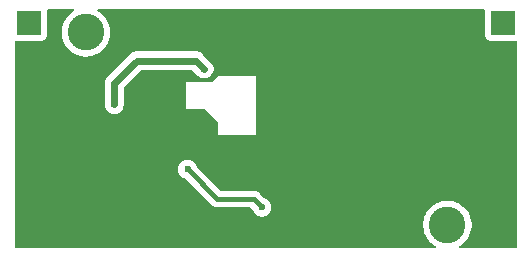
<source format=gbr>
%TF.GenerationSoftware,KiCad,Pcbnew,9.0.4*%
%TF.CreationDate,2025-08-21T12:34:08-03:00*%
%TF.ProjectId,EMI_SS_Supply_Electgpl,454d495f-5353-45f5-9375-70706c795f45,rev?*%
%TF.SameCoordinates,Original*%
%TF.FileFunction,Copper,L2,Inr*%
%TF.FilePolarity,Positive*%
%FSLAX46Y46*%
G04 Gerber Fmt 4.6, Leading zero omitted, Abs format (unit mm)*
G04 Created by KiCad (PCBNEW 9.0.4) date 2025-08-21 12:34:08*
%MOMM*%
%LPD*%
G01*
G04 APERTURE LIST*
%TA.AperFunction,ComponentPad*%
%ADD10R,2.000000X2.000000*%
%TD*%
%TA.AperFunction,ViaPad*%
%ADD11C,3.100000*%
%TD*%
%TA.AperFunction,ViaPad*%
%ADD12C,0.600000*%
%TD*%
%TA.AperFunction,Conductor*%
%ADD13C,0.609600*%
%TD*%
%TA.AperFunction,Conductor*%
%ADD14C,0.406400*%
%TD*%
G04 APERTURE END LIST*
D10*
%TO.N,GND*%
%TO.C,TP4*%
X141800000Y-99600000D03*
%TD*%
%TO.N,Net-(C12-Pad1)*%
%TO.C,TP3*%
X141800000Y-81700000D03*
%TD*%
%TO.N,Net-(U1-VIN)*%
%TO.C,TP1*%
X101700000Y-81700000D03*
%TD*%
%TO.N,GND*%
%TO.C,TP2*%
X101700000Y-99600000D03*
%TD*%
D11*
%TO.N,*%
X137100000Y-98800000D03*
X106500000Y-82500000D03*
D12*
%TO.N,GND*%
X138075000Y-87741750D03*
X113945000Y-81391750D03*
X121565000Y-99171750D03*
X131725000Y-81391750D03*
X134265000Y-85201750D03*
X121565000Y-92821750D03*
X113800000Y-89400000D03*
X127915000Y-83931750D03*
X103785000Y-97901750D03*
X129185000Y-85201750D03*
X110135000Y-82661750D03*
X124105000Y-86471750D03*
X122835000Y-91551750D03*
X112000000Y-90000000D03*
X112000000Y-88800000D03*
X132995000Y-97901750D03*
X116485000Y-82661750D03*
X113800000Y-91200000D03*
X119025000Y-94091750D03*
X115215000Y-82661750D03*
X113800000Y-90000000D03*
X139345000Y-89011750D03*
X112000000Y-91800000D03*
X125375000Y-91551750D03*
X130455000Y-81391750D03*
X125375000Y-82661750D03*
X131725000Y-82661750D03*
X122835000Y-81391750D03*
X102515000Y-96631750D03*
X112000000Y-89400000D03*
X112900000Y-86400000D03*
X120295000Y-82661750D03*
X113800000Y-87000000D03*
X117755000Y-83931750D03*
X110135000Y-99171750D03*
X111405000Y-97901750D03*
X111405000Y-99171750D03*
X112675000Y-82661750D03*
X101245000Y-95361750D03*
X122835000Y-83931750D03*
X124105000Y-81391750D03*
X112900000Y-93600000D03*
X122835000Y-92821750D03*
X129185000Y-83931750D03*
X121565000Y-85201750D03*
X117755000Y-97901750D03*
X139800000Y-93600000D03*
X124105000Y-90281750D03*
X125375000Y-86471750D03*
X113945000Y-97901750D03*
X121565000Y-94091750D03*
X120295000Y-81391750D03*
X112902500Y-90570000D03*
X132995000Y-85201750D03*
X124105000Y-82661750D03*
X131725000Y-96631750D03*
X120295000Y-94091750D03*
X108865000Y-99171750D03*
X125375000Y-81391750D03*
X138400000Y-93600000D03*
X126645000Y-85201750D03*
X129185000Y-97901750D03*
X113800000Y-88800000D03*
X136400000Y-93600000D03*
X129185000Y-99171750D03*
X131725000Y-99171750D03*
X136805000Y-85201750D03*
X131700000Y-93600000D03*
X122835000Y-86471750D03*
X113800000Y-92400000D03*
X119025000Y-99171750D03*
X107595000Y-86471750D03*
X103785000Y-99171750D03*
X112900000Y-90000000D03*
X131725000Y-83931750D03*
X113800000Y-93000000D03*
X112000000Y-93600000D03*
X124105000Y-91551750D03*
X112900000Y-94800000D03*
X126645000Y-82661750D03*
X122835000Y-89011750D03*
X112902500Y-90570000D03*
X129185000Y-81391750D03*
X112675000Y-97901750D03*
X112000000Y-88800000D03*
X124105000Y-85201750D03*
X141885000Y-95361750D03*
X112675000Y-96631750D03*
X122835000Y-94091750D03*
X130455000Y-85201750D03*
X106325000Y-87741750D03*
X110135000Y-83931750D03*
X119025000Y-81391750D03*
X112000000Y-91200000D03*
X126645000Y-81391750D03*
X112900000Y-89400000D03*
X125375000Y-85201750D03*
X101245000Y-96631750D03*
X113945000Y-96631750D03*
X119025000Y-82661750D03*
X125375000Y-92821750D03*
X113945000Y-99171750D03*
X122835000Y-85201750D03*
X119025000Y-85201750D03*
X107595000Y-99171750D03*
X120295000Y-92821750D03*
X112000000Y-87000000D03*
X112900000Y-94200000D03*
X122835000Y-82661750D03*
X132995000Y-99171750D03*
X130455000Y-97901750D03*
X140615000Y-89011750D03*
X121565000Y-83931750D03*
X117755000Y-85201750D03*
X141885000Y-96631750D03*
X141885000Y-89011750D03*
X102515000Y-95361750D03*
X127915000Y-82661750D03*
X124105000Y-87741750D03*
X103785000Y-95361750D03*
X112900000Y-87000000D03*
X122835000Y-99171750D03*
X105055000Y-86471750D03*
X119025000Y-83931750D03*
X112900000Y-93000000D03*
X130455000Y-83931750D03*
X113800000Y-86400000D03*
X106325000Y-86471750D03*
X130455000Y-99171750D03*
X130455000Y-82661750D03*
X113800000Y-93600000D03*
X141500000Y-86100000D03*
X119025000Y-92821750D03*
X112675000Y-81391750D03*
X115215000Y-81391750D03*
X119025000Y-95361750D03*
X113800000Y-87600000D03*
X117755000Y-82661750D03*
X132995000Y-96631750D03*
X127915000Y-81391750D03*
X125375000Y-87741750D03*
X112900000Y-92400000D03*
X117755000Y-99171750D03*
X112000000Y-92400000D03*
X106325000Y-92821750D03*
X112675000Y-99171750D03*
X132995000Y-83931750D03*
X124105000Y-89011750D03*
X112000000Y-87600000D03*
X106325000Y-94091750D03*
X126645000Y-83931750D03*
X125375000Y-99171750D03*
X125375000Y-90281750D03*
X124105000Y-92821750D03*
X111405000Y-82661750D03*
X125375000Y-89011750D03*
X110135000Y-97901750D03*
X112900000Y-91200000D03*
X105055000Y-95361750D03*
X140100000Y-86100000D03*
X120295000Y-95361750D03*
X124105000Y-99171750D03*
X122835000Y-90281750D03*
X122835000Y-87741750D03*
X131725000Y-97901750D03*
X130455000Y-96631750D03*
X138075000Y-86471750D03*
X112000000Y-94800000D03*
X112000000Y-88200000D03*
X110135000Y-81391750D03*
X113800000Y-94200000D03*
X112000000Y-86400000D03*
X105055000Y-96631750D03*
X105055000Y-99171750D03*
X113800000Y-90600000D03*
X112000000Y-90600000D03*
X116485000Y-81391750D03*
X117755000Y-81391750D03*
X124105000Y-83931750D03*
X121565000Y-82661750D03*
X120295000Y-99171750D03*
X103785000Y-96631750D03*
X112900000Y-87600000D03*
X112900000Y-88200000D03*
X120295000Y-85201750D03*
X112900000Y-88800000D03*
X126645000Y-92821750D03*
X135000000Y-93600000D03*
X111405000Y-81391750D03*
X132900000Y-93600000D03*
X129185000Y-82661750D03*
X106325000Y-99171750D03*
X131725000Y-85201750D03*
X113800000Y-94800000D03*
X113800000Y-88200000D03*
X113800000Y-91800000D03*
X112900000Y-91800000D03*
X112000000Y-94200000D03*
X105055000Y-97901750D03*
X127915000Y-85201750D03*
X113945000Y-82661750D03*
X121565000Y-81391750D03*
X135535000Y-85201750D03*
X120295000Y-83931750D03*
X125375000Y-83931750D03*
X112000000Y-93000000D03*
%TO.N,Net-(U1-BST)*%
X116500000Y-85600000D03*
X108900000Y-88600000D03*
%TO.N,Net-(U1-FB)*%
X115100000Y-94100000D03*
X121400000Y-97300000D03*
%TD*%
D13*
%TO.N,Net-(U1-BST)*%
X108900000Y-86800000D02*
X108900000Y-88600000D01*
X115800000Y-84900000D02*
X110800000Y-84900000D01*
X110800000Y-84900000D02*
X108900000Y-86800000D01*
X116500000Y-85600000D02*
X115800000Y-84900000D01*
D14*
%TO.N,Net-(U1-FB)*%
X120700000Y-96600000D02*
X121400000Y-97300000D01*
X117600000Y-96600000D02*
X120700000Y-96600000D01*
X115100000Y-94100000D02*
X117600000Y-96600000D01*
%TD*%
%TA.AperFunction,Conductor*%
%TO.N,GND*%
G36*
X105466500Y-80520185D02*
G01*
X105512255Y-80572989D01*
X105522199Y-80642147D01*
X105493174Y-80705703D01*
X105461461Y-80731887D01*
X105358354Y-80791416D01*
X105145111Y-80955042D01*
X105145104Y-80955048D01*
X104955048Y-81145104D01*
X104955042Y-81145111D01*
X104791416Y-81358354D01*
X104657019Y-81591133D01*
X104657011Y-81591149D01*
X104554152Y-81839475D01*
X104484585Y-82099106D01*
X104484582Y-82099119D01*
X104449500Y-82365602D01*
X104449500Y-82634397D01*
X104484582Y-82900880D01*
X104484583Y-82900885D01*
X104484584Y-82900891D01*
X104484585Y-82900893D01*
X104554152Y-83160524D01*
X104657011Y-83408850D01*
X104657019Y-83408866D01*
X104737830Y-83548832D01*
X104791413Y-83641641D01*
X104791415Y-83641644D01*
X104791416Y-83641645D01*
X104955042Y-83854888D01*
X104955048Y-83854895D01*
X105145104Y-84044951D01*
X105145111Y-84044957D01*
X105209938Y-84094700D01*
X105358359Y-84208587D01*
X105472496Y-84274484D01*
X105591133Y-84342980D01*
X105591149Y-84342988D01*
X105706989Y-84390970D01*
X105839474Y-84445847D01*
X106099109Y-84515416D01*
X106287319Y-84540193D01*
X106365602Y-84550500D01*
X106365603Y-84550500D01*
X106634398Y-84550500D01*
X106694905Y-84542534D01*
X106900891Y-84515416D01*
X107160526Y-84445847D01*
X107347457Y-84368417D01*
X107408850Y-84342988D01*
X107408853Y-84342986D01*
X107408859Y-84342984D01*
X107641641Y-84208587D01*
X107854890Y-84044956D01*
X108044956Y-83854890D01*
X108208587Y-83641641D01*
X108342984Y-83408859D01*
X108445847Y-83160526D01*
X108515416Y-82900891D01*
X108550500Y-82634397D01*
X108550500Y-82365603D01*
X108515416Y-82099109D01*
X108445847Y-81839474D01*
X108407132Y-81746008D01*
X108342988Y-81591149D01*
X108342980Y-81591133D01*
X108294964Y-81507968D01*
X108208587Y-81358359D01*
X108044956Y-81145110D01*
X108044951Y-81145104D01*
X107854895Y-80955048D01*
X107854888Y-80955042D01*
X107641645Y-80791416D01*
X107641644Y-80791415D01*
X107641641Y-80791413D01*
X107538538Y-80731886D01*
X107490323Y-80681320D01*
X107477101Y-80612712D01*
X107503069Y-80547848D01*
X107559983Y-80507320D01*
X107600539Y-80500500D01*
X140177756Y-80500500D01*
X140244795Y-80520185D01*
X140290550Y-80572989D01*
X140301045Y-80637752D01*
X140299500Y-80652127D01*
X140299500Y-80652133D01*
X140299500Y-80652134D01*
X140299500Y-82747870D01*
X140299501Y-82747876D01*
X140305908Y-82807483D01*
X140356202Y-82942328D01*
X140356206Y-82942335D01*
X140442452Y-83057544D01*
X140442455Y-83057547D01*
X140557664Y-83143793D01*
X140557671Y-83143797D01*
X140692517Y-83194091D01*
X140692516Y-83194091D01*
X140699444Y-83194835D01*
X140752127Y-83200500D01*
X142847872Y-83200499D01*
X142862242Y-83198954D01*
X142931001Y-83211357D01*
X142982140Y-83258966D01*
X142999500Y-83322243D01*
X142999500Y-100675500D01*
X142979815Y-100742539D01*
X142927011Y-100788294D01*
X142875500Y-100799500D01*
X138200539Y-100799500D01*
X138133500Y-100779815D01*
X138087745Y-100727011D01*
X138077801Y-100657853D01*
X138106826Y-100594297D01*
X138138539Y-100568113D01*
X138241641Y-100508587D01*
X138454890Y-100344956D01*
X138644956Y-100154890D01*
X138808587Y-99941641D01*
X138942984Y-99708859D01*
X139045847Y-99460526D01*
X139115416Y-99200891D01*
X139150500Y-98934397D01*
X139150500Y-98665603D01*
X139115416Y-98399109D01*
X139045847Y-98139474D01*
X138991966Y-98009394D01*
X138942988Y-97891149D01*
X138942980Y-97891133D01*
X138894964Y-97807968D01*
X138808587Y-97658359D01*
X138712781Y-97533501D01*
X138644957Y-97445111D01*
X138644951Y-97445104D01*
X138454895Y-97255048D01*
X138454888Y-97255042D01*
X138241645Y-97091416D01*
X138241644Y-97091415D01*
X138241641Y-97091413D01*
X138148832Y-97037830D01*
X138008866Y-96957019D01*
X138008850Y-96957011D01*
X137760524Y-96854152D01*
X137630708Y-96819368D01*
X137500891Y-96784584D01*
X137500885Y-96784583D01*
X137500880Y-96784582D01*
X137234398Y-96749500D01*
X137234397Y-96749500D01*
X136965603Y-96749500D01*
X136965602Y-96749500D01*
X136699119Y-96784582D01*
X136699112Y-96784583D01*
X136699109Y-96784584D01*
X136679990Y-96789707D01*
X136439475Y-96854152D01*
X136191149Y-96957011D01*
X136191133Y-96957019D01*
X135958354Y-97091416D01*
X135745111Y-97255042D01*
X135745104Y-97255048D01*
X135555048Y-97445104D01*
X135555042Y-97445111D01*
X135391416Y-97658354D01*
X135257019Y-97891133D01*
X135257011Y-97891149D01*
X135154152Y-98139475D01*
X135084585Y-98399106D01*
X135084582Y-98399119D01*
X135049500Y-98665602D01*
X135049500Y-98934397D01*
X135084582Y-99200880D01*
X135084583Y-99200885D01*
X135084584Y-99200891D01*
X135084585Y-99200893D01*
X135154152Y-99460524D01*
X135257011Y-99708850D01*
X135257019Y-99708866D01*
X135337830Y-99848832D01*
X135391413Y-99941641D01*
X135391415Y-99941644D01*
X135391416Y-99941645D01*
X135555042Y-100154888D01*
X135555048Y-100154895D01*
X135745104Y-100344951D01*
X135745110Y-100344956D01*
X135958359Y-100508587D01*
X136061461Y-100568113D01*
X136109677Y-100618680D01*
X136122899Y-100687288D01*
X136096931Y-100752152D01*
X136040017Y-100792680D01*
X135999461Y-100799500D01*
X100624500Y-100799500D01*
X100557461Y-100779815D01*
X100511706Y-100727011D01*
X100500500Y-100675500D01*
X100500500Y-94021153D01*
X114299500Y-94021153D01*
X114299500Y-94178846D01*
X114330261Y-94333489D01*
X114330264Y-94333501D01*
X114390602Y-94479172D01*
X114390609Y-94479185D01*
X114478210Y-94610288D01*
X114478213Y-94610292D01*
X114589707Y-94721786D01*
X114589711Y-94721789D01*
X114720814Y-94809390D01*
X114720827Y-94809397D01*
X114857461Y-94865992D01*
X114897690Y-94892872D01*
X117050274Y-97045456D01*
X117050303Y-97045487D01*
X117151412Y-97146596D01*
X117151415Y-97146598D01*
X117151417Y-97146600D01*
X117263002Y-97221158D01*
X117266673Y-97223611D01*
X117266674Y-97223611D01*
X117266675Y-97223612D01*
X117266677Y-97223613D01*
X117394735Y-97276656D01*
X117394736Y-97276656D01*
X117394738Y-97276657D01*
X117394742Y-97276657D01*
X117394743Y-97276658D01*
X117530689Y-97303701D01*
X117530692Y-97303701D01*
X117675423Y-97303701D01*
X117675443Y-97303700D01*
X120357156Y-97303700D01*
X120386596Y-97312344D01*
X120416583Y-97318868D01*
X120421598Y-97322622D01*
X120424195Y-97323385D01*
X120444837Y-97340019D01*
X120607127Y-97502309D01*
X120634007Y-97542537D01*
X120690604Y-97679176D01*
X120690609Y-97679185D01*
X120778210Y-97810288D01*
X120778213Y-97810292D01*
X120889707Y-97921786D01*
X120889711Y-97921789D01*
X121020814Y-98009390D01*
X121020827Y-98009397D01*
X121166498Y-98069735D01*
X121166503Y-98069737D01*
X121321153Y-98100499D01*
X121321156Y-98100500D01*
X121321158Y-98100500D01*
X121478844Y-98100500D01*
X121478845Y-98100499D01*
X121633497Y-98069737D01*
X121779179Y-98009394D01*
X121910289Y-97921789D01*
X122021789Y-97810289D01*
X122109394Y-97679179D01*
X122169737Y-97533497D01*
X122200500Y-97378842D01*
X122200500Y-97221158D01*
X122200500Y-97221157D01*
X122200500Y-97221155D01*
X122200499Y-97221153D01*
X122185669Y-97146600D01*
X122169737Y-97066503D01*
X122124388Y-96957019D01*
X122109397Y-96920827D01*
X122109390Y-96920814D01*
X122021789Y-96789711D01*
X122021786Y-96789707D01*
X121910292Y-96678213D01*
X121910288Y-96678210D01*
X121779185Y-96590609D01*
X121779176Y-96590604D01*
X121642537Y-96534007D01*
X121602309Y-96507127D01*
X121250940Y-96155758D01*
X121250920Y-96155736D01*
X121148585Y-96053401D01*
X121033323Y-95976386D01*
X120905264Y-95923343D01*
X120905256Y-95923341D01*
X120769310Y-95896299D01*
X120769308Y-95896299D01*
X120630692Y-95896299D01*
X120624578Y-95896299D01*
X120624558Y-95896300D01*
X117942844Y-95896300D01*
X117875805Y-95876615D01*
X117855163Y-95859981D01*
X115892872Y-93897690D01*
X115865992Y-93857461D01*
X115809397Y-93720827D01*
X115809390Y-93720814D01*
X115721789Y-93589711D01*
X115721786Y-93589707D01*
X115610292Y-93478213D01*
X115610288Y-93478210D01*
X115479185Y-93390609D01*
X115479172Y-93390602D01*
X115333501Y-93330264D01*
X115333489Y-93330261D01*
X115178845Y-93299500D01*
X115178842Y-93299500D01*
X115021158Y-93299500D01*
X115021155Y-93299500D01*
X114866510Y-93330261D01*
X114866498Y-93330264D01*
X114720827Y-93390602D01*
X114720814Y-93390609D01*
X114589711Y-93478210D01*
X114589707Y-93478213D01*
X114478213Y-93589707D01*
X114478210Y-93589711D01*
X114390609Y-93720814D01*
X114390602Y-93720827D01*
X114330264Y-93866498D01*
X114330261Y-93866510D01*
X114299500Y-94021153D01*
X100500500Y-94021153D01*
X100500500Y-86720682D01*
X108094699Y-86720682D01*
X108094699Y-86720684D01*
X108094699Y-86720685D01*
X108094699Y-86879315D01*
X108094699Y-86879319D01*
X108094700Y-86885439D01*
X108094700Y-88679319D01*
X108125644Y-88834889D01*
X108125647Y-88834898D01*
X108186348Y-88981446D01*
X108186355Y-88981459D01*
X108274481Y-89113348D01*
X108274484Y-89113352D01*
X108386647Y-89225515D01*
X108386651Y-89225518D01*
X108518540Y-89313644D01*
X108518553Y-89313651D01*
X108628464Y-89359176D01*
X108665103Y-89374353D01*
X108665105Y-89374353D01*
X108665110Y-89374355D01*
X108820680Y-89405299D01*
X108820684Y-89405300D01*
X108820685Y-89405300D01*
X108979316Y-89405300D01*
X108979317Y-89405299D01*
X109031175Y-89394984D01*
X109134889Y-89374355D01*
X109134892Y-89374353D01*
X109134897Y-89374353D01*
X109281453Y-89313648D01*
X109413349Y-89225518D01*
X109525518Y-89113349D01*
X109613648Y-88981453D01*
X109674353Y-88834897D01*
X109705300Y-88679315D01*
X109705300Y-87184928D01*
X109724985Y-87117889D01*
X109741619Y-87097247D01*
X110138866Y-86700000D01*
X115000000Y-86700000D01*
X115000000Y-89000000D01*
X116548638Y-89000000D01*
X116615677Y-89019685D01*
X116636319Y-89036319D01*
X117663681Y-90063681D01*
X117697166Y-90125004D01*
X117700000Y-90151362D01*
X117700000Y-91100000D01*
X117800000Y-91200000D01*
X120900000Y-91200000D01*
X120900000Y-86200000D01*
X117700000Y-86200000D01*
X117699999Y-86200000D01*
X117236319Y-86663681D01*
X117174996Y-86697166D01*
X117148638Y-86700000D01*
X115000000Y-86700000D01*
X110138866Y-86700000D01*
X111097247Y-85741619D01*
X111158570Y-85708134D01*
X111184928Y-85705300D01*
X115415072Y-85705300D01*
X115482111Y-85724985D01*
X115502753Y-85741619D01*
X115986647Y-86225514D01*
X115986651Y-86225517D01*
X116118540Y-86313643D01*
X116118544Y-86313645D01*
X116118547Y-86313647D01*
X116265102Y-86374353D01*
X116396543Y-86400498D01*
X116420679Y-86405299D01*
X116420683Y-86405300D01*
X116420684Y-86405300D01*
X116579316Y-86405300D01*
X116579317Y-86405299D01*
X116734897Y-86374353D01*
X116881453Y-86313647D01*
X117013349Y-86225517D01*
X117125517Y-86113349D01*
X117213647Y-85981453D01*
X117274353Y-85834897D01*
X117305300Y-85679315D01*
X117305300Y-85520684D01*
X117274353Y-85365102D01*
X117213647Y-85218547D01*
X117213645Y-85218544D01*
X117213643Y-85218540D01*
X117125517Y-85086651D01*
X117125514Y-85086647D01*
X116429858Y-84390992D01*
X116429838Y-84390970D01*
X116313352Y-84274484D01*
X116313348Y-84274481D01*
X116181459Y-84186355D01*
X116181446Y-84186348D01*
X116034904Y-84125649D01*
X116034891Y-84125645D01*
X116034829Y-84125633D01*
X116034829Y-84125632D01*
X115879317Y-84094699D01*
X115879315Y-84094699D01*
X115720685Y-84094699D01*
X115714571Y-84094699D01*
X115714551Y-84094700D01*
X110885450Y-84094700D01*
X110885430Y-84094699D01*
X110879316Y-84094699D01*
X110720685Y-84094699D01*
X110720680Y-84094699D01*
X110565110Y-84125644D01*
X110565102Y-84125646D01*
X110418550Y-84186350D01*
X110418540Y-84186355D01*
X110286652Y-84274480D01*
X110230567Y-84330565D01*
X110174482Y-84386651D01*
X110174479Y-84386654D01*
X108386654Y-86174479D01*
X108386651Y-86174482D01*
X108335619Y-86225514D01*
X108274482Y-86286650D01*
X108256444Y-86313647D01*
X108198411Y-86400500D01*
X108198410Y-86400502D01*
X108186352Y-86418546D01*
X108186349Y-86418551D01*
X108125648Y-86565098D01*
X108125645Y-86565108D01*
X108094699Y-86720682D01*
X100500500Y-86720682D01*
X100500500Y-83322243D01*
X100520185Y-83255204D01*
X100572989Y-83209449D01*
X100637756Y-83198954D01*
X100652127Y-83200500D01*
X102747872Y-83200499D01*
X102807483Y-83194091D01*
X102942331Y-83143796D01*
X103057546Y-83057546D01*
X103143796Y-82942331D01*
X103194091Y-82807483D01*
X103200500Y-82747873D01*
X103200499Y-80652128D01*
X103198954Y-80637752D01*
X103211361Y-80568993D01*
X103258973Y-80517857D01*
X103322244Y-80500500D01*
X105399461Y-80500500D01*
X105466500Y-80520185D01*
G37*
%TD.AperFunction*%
%TD*%
M02*

</source>
